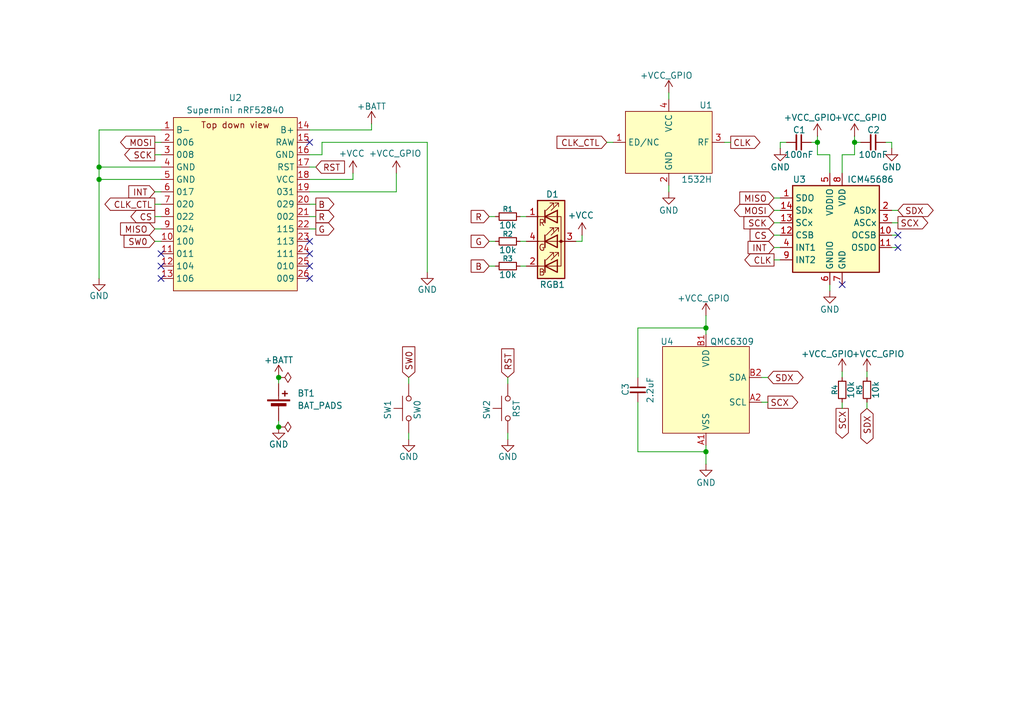
<source format=kicad_sch>
(kicad_sch (version 20250114) (generator "eeschema") (generator_version "9.0")
  (paper "A5")
  (lib_symbols
    (symbol "Chrysalis Symbols:+3V3" (power) (pin_numbers (hide yes)) (pin_names (offset 0) (hide yes))
      (property "Value" "+3V3" (at 0 3.556 0))
      (symbol "+3V3_0_1"
        (polyline (pts (xy -0.762 1.27) (xy 0 2.54)))
        (polyline (pts (xy 0 2.54) (xy 0.762 1.27)))
        (polyline (pts (xy 0 0) (xy 0 2.54)))
      )
      (symbol "+3V3_1_1"
        (pin power_in line (at 0 0 90) (length 0) (name "~") (number "1"))
      )
    )
    (symbol "Chrysalis Symbols:+BATT" (power) (pin_numbers (hide yes)) (pin_names (offset 0) (hide yes))
      (property "Value" "+BATT" (at 0 3.556 0))
      (symbol "+BATT_0_1"
        (polyline (pts (xy -0.762 1.27) (xy 0 2.54)))
        (polyline (pts (xy 0 2.54) (xy 0.762 1.27)))
        (polyline (pts (xy 0 0) (xy 0 2.54)))
      )
      (symbol "+BATT_1_1"
        (pin power_in line (at 0 0 90) (length 0) (name "~") (number "1"))
      )
    )
    (symbol "Chrysalis Symbols:BMI160"
      (property "Reference" "U" (at -10.16 8.89 0))
      (property "Value" "BMI160" (at 7.62 8.89 0))
      (symbol "BMI160_1_1"
        (rectangle (start -10.16 7.62) (end 7.62 -10.16) (stroke (width 0.254)) (fill (type background)))
        (pin bidirectional line (at -12.7 5.08 0) (length 2.54) (name "SDO") (number "1"))
        (pin bidirectional line (at -12.7 2.54 0) (length 2.54) (name "SDx") (number "14"))
        (pin input line (at -12.7 0 0) (length 2.54) (name "SCx") (number "13"))
        (pin input line (at -12.7 -2.54 0) (length 2.54) (name "CSB") (number "12"))
        (pin bidirectional line (at -12.7 -5.08 0) (length 2.54) (name "INT1") (number "4"))
        (pin bidirectional line (at -12.7 -7.62 0) (length 2.54) (name "INT2") (number "9"))
        (pin power_in line (at -2.54 10.16 270) (length 2.54) (name "VDDIO") (number "5"))
        (pin power_in line (at -2.54 -12.7 90) (length 2.54) (name "GNDIO") (number "6"))
        (pin power_in line (at 0 10.16 270) (length 2.54) (name "VDD") (number "8"))
        (pin power_in line (at 0 -12.7 90) (length 2.54) (name "GND") (number "7"))
        (pin bidirectional line (at 10.16 2.54 180) (length 2.54) (name "ASDx") (number "2"))
        (pin output line (at 10.16 0 180) (length 2.54) (name "ASCx") (number "3"))
        (pin bidirectional line (at 10.16 -2.54 180) (length 2.54) (name "OCSB") (number "10"))
        (pin bidirectional line (at 10.16 -5.08 180) (length 2.54) (name "OSDO") (number "11"))
      )
    )
    (symbol "Chrysalis Symbols:Battery_Cell" (pin_numbers (hide yes)) (pin_names (offset 0) (hide yes))
      (property "Reference" "BT" (at 2.54 2.54 0))
      (property "Value" "Battery_Cell" (at 2.54 0 0))
      (symbol "Battery_Cell_0_1"
        (rectangle (start -2.286 1.778) (end 2.286 1.524) (fill (type outline)))
        (rectangle (start -1.524 1.016) (end 1.524 0.508) (fill (type outline)))
        (polyline (pts (xy 0 1.778) (xy 0 2.54)))
        (polyline (pts (xy 0 0.762) (xy 0 0)))
        (polyline (pts (xy 0.762 3.048) (xy 1.778 3.048)) (stroke (width 0.254)))
        (polyline (pts (xy 1.27 3.556) (xy 1.27 2.54)) (stroke (width 0.254)))
      )
      (symbol "Battery_Cell_1_1"
        (pin passive line (at 0 5.08 270) (length 2.54) (name "+") (number "1"))
        (pin passive line (at 0 -2.54 90) (length 2.54) (name "-") (number "2"))
      )
    )
    (symbol "Chrysalis Symbols:C_Small" (pin_numbers (hide yes)) (pin_names (offset 0.254) (hide yes))
      (property "Reference" "C" (at 0.254 1.778 0))
      (property "Value" "C_Small" (at 0.254 -2.032 0))
      (symbol "C_Small_0_1"
        (polyline (pts (xy -1.524 0.508) (xy 1.524 0.508)) (stroke (width 0.3048)))
        (polyline (pts (xy -1.524 -0.508) (xy 1.524 -0.508)) (stroke (width 0.3302)))
      )
      (symbol "C_Small_1_1"
        (pin passive line (at 0 2.54 270) (length 2.032) (name "~") (number "1"))
        (pin passive line (at 0 -2.54 90) (length 2.032) (name "~") (number "2"))
      )
    )
    (symbol "Chrysalis Symbols:GND" (power) (pin_numbers (hide yes)) (pin_names (offset 0) (hide yes))
      (property "Value" "GND" (at 0 -3.81 0))
      (symbol "GND_0_1"
        (polyline (pts (xy 0 0) (xy 0 -1.27) (xy 1.27 -1.27) (xy 0 -2.54) (xy -1.27 -1.27) (xy 0 -1.27)))
      )
      (symbol "GND_1_1"
        (pin power_in line (at 0 0 270) (length 0) (name "~") (number "1"))
      )
    )
    (symbol "Chrysalis Symbols:HCI_1532H"
      (property "Reference" "U" (at 0 0 0))
      (property "Value" "1532H" (at 5.08 7.62 0))
      (symbol "HCI_1532H_1_1"
        (rectangle (start -8.89 6.35) (end 8.89 -6.35) (fill (type background)))
        (pin input line (at -11.43 0 0) (length 2.54) (name "ED/NC") (number "1"))
        (pin power_in line (at 0 8.89 270) (length 2.54) (name "VCC") (number "4"))
        (pin power_in line (at 0 -8.89 90) (length 2.54) (name "GND") (number "2"))
        (pin output line (at 11.43 0 180) (length 2.54) (name "RF") (number "3"))
      )
    )
    (symbol "Chrysalis Symbols:PWR_FLAG" (power) (pin_numbers (hide yes)) (pin_names (offset 0) (hide yes))
      (property "Value" "PWR_FLAG" (at 0 3.81 0))
      (symbol "PWR_FLAG_0_0"
        (pin power_out line (at 0 0 90) (length 0) (name "~") (number "1"))
      )
      (symbol "PWR_FLAG_0_1"
        (polyline (pts (xy 0 0) (xy 0 1.27) (xy -1.016 1.905) (xy 0 2.54) (xy 1.016 1.905) (xy 0 1.27)))
      )
    )
    (symbol "Chrysalis Symbols:QMC6309"
      (property "Reference" "U" (at -8.382 9.906 0))
      (property "Value" "QMC6309" (at 5.08 9.906 0))
      (symbol "QMC6309_1_1"
        (rectangle (start -8.89 8.89) (end 8.89 -8.89) (fill (type background)))
        (pin power_in line (at 0 11.43 270) (length 2.54) (name "VDD") (number "B1"))
        (pin power_in line (at 0 -11.43 90) (length 2.54) (name "VSS") (number "A1"))
        (pin bidirectional line (at 11.43 2.54 180) (length 2.54) (name "SDA") (number "B2"))
        (pin input line (at 11.43 -2.54 180) (length 2.54) (name "SCL") (number "A2"))
      )
    )
    (symbol "Chrysalis Symbols:SW_Push" (pin_numbers (hide yes)) (pin_names (offset 1.016) (hide yes))
      (property "Reference" "SW" (at 1.27 2.54 0))
      (property "Value" "SW_Push" (at 0 -1.524 0))
      (symbol "SW_Push_0_1"
        (circle (center -2.032 0) (radius 0.508))
        (polyline (pts (xy 0 1.27) (xy 0 3.048)))
        (circle (center 2.032 0) (radius 0.508))
        (polyline (pts (xy 2.54 1.27) (xy -2.54 1.27)))
        (pin passive line (at -5.08 0 0) (length 2.54) (name "1") (number "1"))
        (pin passive line (at 5.08 0 180) (length 2.54) (name "2") (number "2"))
      )
    )
    (symbol "Chrysalis Symbols:Supermini_nRF52840"
      (property "Reference" "U" (at 12.192 19.05 0))
      (property "Value" "Supermini nRF52840" (at -2.54 19.304 0))
      (symbol "Supermini_nRF52840_1_1"
        (rectangle (start -12.7 17.78) (end 12.7 -17.78) (fill (type background)))
        (text "Top down view" (at 0 16.256 0) (effects (font (size 1.27 1.27))))
        (pin power_in line (at -15.24 15.24 0) (length 2.54) (name "B-") (number "1"))
        (pin bidirectional line (at -15.24 12.7 0) (length 2.54) (name "006") (number "2"))
        (pin bidirectional line (at -15.24 10.16 0) (length 2.54) (name "008") (number "3"))
        (pin power_in line (at -15.24 7.62 0) (length 2.54) (name "GND") (number "4"))
        (pin power_in line (at -15.24 5.08 0) (length 2.54) (name "GND") (number "5"))
        (pin bidirectional line (at -15.24 2.54 0) (length 2.54) (name "017") (number "6"))
        (pin bidirectional line (at -15.24 0 0) (length 2.54) (name "020") (number "7"))
        (pin bidirectional line (at -15.24 -2.54 0) (length 2.54) (name "022") (number "8"))
        (pin bidirectional line (at -15.24 -5.08 0) (length 2.54) (name "024") (number "9"))
        (pin bidirectional line (at -15.24 -7.62 0) (length 2.54) (name "100") (number "10"))
        (pin bidirectional line (at -15.24 -10.16 0) (length 2.54) (name "011") (number "11"))
        (pin bidirectional line (at -15.24 -12.7 0) (length 2.54) (name "104") (number "12"))
        (pin bidirectional line (at -15.24 -15.24 0) (length 2.54) (name "106") (number "13"))
        (pin power_in line (at 15.24 15.24 180) (length 2.54) (name "B+") (number "14"))
        (pin unspecified line (at 15.24 12.7 180) (length 2.54) (name "RAW") (number "15"))
        (pin power_in line (at 15.24 10.16 180) (length 2.54) (name "GND") (number "16"))
        (pin input line (at 15.24 7.62 180) (length 2.54) (name "RST") (number "17"))
        (pin power_out line (at 15.24 5.08 180) (length 2.54) (name "VCC") (number "18"))
        (pin power_out line (at 15.24 2.54 180) (length 2.54) (name "031") (number "19"))
        (pin bidirectional line (at 15.24 0 180) (length 2.54) (name "029") (number "20"))
        (pin bidirectional line (at 15.24 -2.54 180) (length 2.54) (name "002") (number "21"))
        (pin bidirectional line (at 15.24 -5.08 180) (length 2.54) (name "115") (number "22"))
        (pin bidirectional line (at 15.24 -7.62 180) (length 2.54) (name "113") (number "23"))
        (pin bidirectional line (at 15.24 -10.16 180) (length 2.54) (name "111") (number "24"))
        (pin bidirectional line (at 15.24 -12.7 180) (length 2.54) (name "010") (number "25"))
        (pin bidirectional line (at 15.24 -15.24 180) (length 2.54) (name "009") (number "26"))
      )
    )
    (symbol "Device:LED_RBAG" (pin_names (offset 0) (hide yes))
      (property "Reference" "D" (at 0 9.398 0))
      (property "Value" "LED_RBAG" (at 0 -8.89 0))
      (symbol "LED_RBAG_0_0"
        (text "R" (at -1.905 3.81 0) (effects (font (size 1.27 1.27))))
        (text "G" (at -1.905 -1.27 0) (effects (font (size 1.27 1.27))))
        (text "B" (at -1.905 -6.35 0) (effects (font (size 1.27 1.27))))
      )
      (symbol "LED_RBAG_0_1"
        (polyline (pts (xy -1.27 6.35) (xy -1.27 3.81)) (stroke (width 0.254)))
        (polyline (pts (xy -1.27 6.35) (xy -1.27 3.81) (xy -1.27 3.81)))
        (polyline (pts (xy -1.27 5.08) (xy -2.54 5.08)))
        (polyline (pts (xy -1.27 5.08) (xy 1.27 5.08)))
        (polyline (pts (xy -1.27 1.27) (xy -1.27 -1.27)) (stroke (width 0.254)))
        (polyline (pts (xy -1.27 1.27) (xy -1.27 -1.27) (xy -1.27 -1.27)))
        (polyline (pts (xy -1.27 0) (xy -2.54 0)))
        (polyline (pts (xy -1.27 -3.81) (xy -1.27 -6.35)) (stroke (width 0.254)))
        (polyline (pts (xy -1.27 -5.08) (xy -2.54 -5.08)))
        (polyline (pts (xy -1.27 -5.08) (xy 1.27 -5.08)))
        (polyline (pts (xy -1.016 6.35) (xy 0.508 7.874) (xy -0.254 7.874) (xy 0.508 7.874) (xy 0.508 7.112)))
        (polyline (pts (xy -1.016 1.27) (xy 0.508 2.794) (xy -0.254 2.794) (xy 0.508 2.794) (xy 0.508 2.032)))
        (polyline (pts (xy -1.016 -3.81) (xy 0.508 -2.286) (xy -0.254 -2.286) (xy 0.508 -2.286) (xy 0.508 -3.048)))
        (polyline (pts (xy 0 6.35) (xy 1.524 7.874) (xy 0.762 7.874) (xy 1.524 7.874) (xy 1.524 7.112)))
        (polyline (pts (xy 0 1.27) (xy 1.524 2.794) (xy 0.762 2.794) (xy 1.524 2.794) (xy 1.524 2.032)))
        (polyline (pts (xy 0 -3.81) (xy 1.524 -2.286) (xy 0.762 -2.286) (xy 1.524 -2.286) (xy 1.524 -3.048)))
        (polyline (pts (xy 1.27 6.35) (xy 1.27 3.81) (xy -1.27 5.08) (xy 1.27 6.35)) (stroke (width 0.254)))
        (rectangle (start 1.27 6.35) (end 1.27 6.35))
        (rectangle (start 1.27 3.81) (end 1.27 6.35))
        (polyline (pts (xy 1.27 1.27) (xy 1.27 -1.27) (xy -1.27 0) (xy 1.27 1.27)) (stroke (width 0.254)))
        (rectangle (start 1.27 1.27) (end 1.27 1.27))
        (polyline (pts (xy 1.27 0) (xy -1.27 0)))
        (polyline (pts (xy 1.27 0) (xy 2.54 0)))
        (rectangle (start 1.27 -1.27) (end 1.27 1.27))
        (polyline (pts (xy 1.27 -3.81) (xy 1.27 -6.35) (xy -1.27 -5.08) (xy 1.27 -3.81)) (stroke (width 0.254)))
        (polyline (pts (xy 1.27 -5.08) (xy 2.032 -5.08) (xy 2.032 5.08) (xy 1.27 5.08)))
        (circle (center 2.032 0) (radius 0.254) (fill (type outline)))
        (rectangle (start 2.794 8.382) (end -2.794 -7.62) (stroke (width 0.254)) (fill (type background)))
      )
      (symbol "LED_RBAG_1_1"
        (pin passive line (at -5.08 5.08 0) (length 2.54) (name "RK") (number "1"))
        (pin passive line (at -5.08 0 0) (length 2.54) (name "GK") (number "4"))
        (pin passive line (at -5.08 -5.08 0) (length 2.54) (name "BK") (number "2"))
        (pin passive line (at 5.08 0 180) (length 2.54) (name "A") (number "3"))
      )
    )
    (symbol "Device:R_Small" (pin_numbers (hide yes)) (pin_names (offset 0.254) (hide yes))
      (property "Reference" "R" (at 0 0 90))
      (property "Value" "R_Small" (at 1.778 0 90))
      (symbol "R_Small_0_1"
        (rectangle (start -0.762 1.778) (end 0.762 -1.778) (stroke (width 0.2032)))
      )
      (symbol "R_Small_1_1"
        (pin passive line (at 0 2.54 270) (length 0.762) (name "~") (number "1"))
        (pin passive line (at 0 -2.54 90) (length 0.762) (name "~") (number "2"))
      )
    )
  )
  (junction (at 144.78 92.71))
  (junction (at 175.26 29.21))
  (junction (at 57.15 87.63))
  (junction (at 57.15 77.47))
  (junction (at 20.32 34.29))
  (junction (at 144.78 67.31))
  (junction (at 20.32 36.83))
  (junction (at 167.64 29.21))
  (no_connect (at 33.02 57.15))
  (no_connect (at 184.15 50.8))
  (no_connect (at 63.5 54.61))
  (no_connect (at 33.02 52.07))
  (no_connect (at 63.5 29.21))
  (no_connect (at 63.5 52.07))
  (no_connect (at 63.5 49.53))
  (no_connect (at 172.72 58.42))
  (no_connect (at 184.15 48.26))
  (no_connect (at 63.5 57.15))
  (no_connect (at 33.02 54.61))
  (wire (pts (xy 172.72 82.55) (xy 172.72 83.82)))
  (wire (pts (xy 83.82 77.47) (xy 83.82 78.74)))
  (wire (pts (xy 182.88 50.8) (xy 184.15 50.8)))
  (wire (pts (xy 63.5 36.83) (xy 72.39 36.83)))
  (wire (pts (xy 148.59 29.21) (xy 149.86 29.21)))
  (wire (pts (xy 166.37 29.21) (xy 167.64 29.21)))
  (wire (pts (xy 63.5 26.67) (xy 76.2 26.67)))
  (wire (pts (xy 170.18 31.75) (xy 170.18 35.56)))
  (wire (pts (xy 144.78 91.44) (xy 144.78 92.71)))
  (wire (pts (xy 104.14 90.17) (xy 104.14 88.9)))
  (wire (pts (xy 64.77 44.45) (xy 63.5 44.45)))
  (wire (pts (xy 144.78 67.31) (xy 144.78 68.58)))
  (wire (pts (xy 31.75 46.99) (xy 33.02 46.99)))
  (wire (pts (xy 172.72 31.75) (xy 172.72 35.56)))
  (wire (pts (xy 20.32 34.29) (xy 33.02 34.29)))
  (wire (pts (xy 104.14 77.47) (xy 104.14 78.74)))
  (wire (pts (xy 76.2 26.67) (xy 76.2 25.4)))
  (wire (pts (xy 177.8 82.55) (xy 177.8 83.82)))
  (wire (pts (xy 66.04 29.21) (xy 87.63 29.21)))
  (wire (pts (xy 31.75 44.45) (xy 33.02 44.45)))
  (wire (pts (xy 87.63 29.21) (xy 87.63 55.88)))
  (wire (pts (xy 31.75 41.91) (xy 33.02 41.91)))
  (wire (pts (xy 177.8 76.2) (xy 177.8 77.47)))
  (wire (pts (xy 66.04 29.21) (xy 66.04 31.75)))
  (wire (pts (xy 31.75 39.37) (xy 33.02 39.37)))
  (wire (pts (xy 63.5 39.37) (xy 81.28 39.37)))
  (wire (pts (xy 160.02 29.21) (xy 161.29 29.21)))
  (wire (pts (xy 172.72 76.2) (xy 172.72 77.47)))
  (wire (pts (xy 144.78 64.77) (xy 144.78 67.31)))
  (wire (pts (xy 31.75 49.53) (xy 33.02 49.53)))
  (wire (pts (xy 124.46 29.21) (xy 125.73 29.21)))
  (wire (pts (xy 64.77 41.91) (xy 63.5 41.91)))
  (wire (pts (xy 63.5 34.29) (xy 64.77 34.29)))
  (wire (pts (xy 182.88 29.21) (xy 182.88 30.48)))
  (wire (pts (xy 160.02 30.48) (xy 160.02 29.21)))
  (wire (pts (xy 100.33 44.45) (xy 101.6 44.45)))
  (wire (pts (xy 100.33 49.53) (xy 101.6 49.53)))
  (wire (pts (xy 106.68 44.45) (xy 107.95 44.45)))
  (wire (pts (xy 167.64 31.75) (xy 167.64 29.21)))
  (wire (pts (xy 83.82 90.17) (xy 83.82 88.9)))
  (wire (pts (xy 130.81 82.55) (xy 130.81 92.71)))
  (wire (pts (xy 31.75 29.21) (xy 33.02 29.21)))
  (wire (pts (xy 175.26 29.21) (xy 176.53 29.21)))
  (wire (pts (xy 130.81 67.31) (xy 130.81 77.47)))
  (wire (pts (xy 182.88 43.18) (xy 184.15 43.18)))
  (wire (pts (xy 156.21 77.47) (xy 157.48 77.47)))
  (wire (pts (xy 33.02 26.67) (xy 20.32 26.67)))
  (wire (pts (xy 158.75 45.72) (xy 160.02 45.72)))
  (wire (pts (xy 170.18 58.42) (xy 170.18 59.69)))
  (wire (pts (xy 175.26 29.21) (xy 175.26 27.94)))
  (wire (pts (xy 66.04 31.75) (xy 63.5 31.75)))
  (wire (pts (xy 167.64 27.94) (xy 167.64 29.21)))
  (wire (pts (xy 158.75 40.64) (xy 160.02 40.64)))
  (wire (pts (xy 57.15 77.47) (xy 57.15 78.74)))
  (wire (pts (xy 158.75 48.26) (xy 160.02 48.26)))
  (wire (pts (xy 100.33 54.61) (xy 101.6 54.61)))
  (wire (pts (xy 137.16 39.37) (xy 137.16 38.1)))
  (wire (pts (xy 158.75 43.18) (xy 160.02 43.18)))
  (wire (pts (xy 137.16 19.05) (xy 137.16 20.32)))
  (wire (pts (xy 156.21 82.55) (xy 157.48 82.55)))
  (wire (pts (xy 182.88 48.26) (xy 184.15 48.26)))
  (wire (pts (xy 172.72 31.75) (xy 175.26 31.75)))
  (wire (pts (xy 31.75 31.75) (xy 33.02 31.75)))
  (wire (pts (xy 20.32 26.67) (xy 20.32 34.29)))
  (wire (pts (xy 182.88 29.21) (xy 181.61 29.21)))
  (wire (pts (xy 81.28 39.37) (xy 81.28 35.56)))
  (wire (pts (xy 144.78 67.31) (xy 130.81 67.31)))
  (wire (pts (xy 72.39 35.56) (xy 72.39 36.83)))
  (wire (pts (xy 20.32 36.83) (xy 20.32 57.15)))
  (wire (pts (xy 130.81 92.71) (xy 144.78 92.71)))
  (wire (pts (xy 64.77 46.99) (xy 63.5 46.99)))
  (wire (pts (xy 57.15 87.63) (xy 57.15 86.36)))
  (wire (pts (xy 20.32 34.29) (xy 20.32 36.83)))
  (wire (pts (xy 182.88 45.72) (xy 184.15 45.72)))
  (wire (pts (xy 20.32 36.83) (xy 33.02 36.83)))
  (wire (pts (xy 106.68 54.61) (xy 107.95 54.61)))
  (wire (pts (xy 118.11 49.53) (xy 119.38 49.53)))
  (wire (pts (xy 158.75 53.34) (xy 160.02 53.34)))
  (wire (pts (xy 175.26 31.75) (xy 175.26 29.21)))
  (wire (pts (xy 119.38 49.53) (xy 119.38 48.26)))
  (wire (pts (xy 106.68 49.53) (xy 107.95 49.53)))
  (wire (pts (xy 158.75 50.8) (xy 160.02 50.8)))
  (wire (pts (xy 144.78 92.71) (xy 144.78 95.25)))
  (wire (pts (xy 167.64 31.75) (xy 170.18 31.75)))
  (global_label "SW0" (shape input) (at 83.82 77.47 90) (property "Intersheetrefs" "${INTERSHEET_REFS}" (effects (hide yes))))
  (global_label "MOSI" (shape bidirectional) (at 158.75 43.18 180) (property "Intersheetrefs" "${INTERSHEET_REFS}" (effects (hide yes))))
  (global_label "SCX" (shape output) (at 184.15 45.72 0) (property "Intersheetrefs" "${INTERSHEET_REFS}" (effects (hide yes))))
  (global_label "R" (shape output) (at 64.77 44.45 0) (property "Intersheetrefs" "${INTERSHEET_REFS}" (effects (hide yes))))
  (global_label "SCK" (shape input) (at 158.75 45.72 180) (property "Intersheetrefs" "${INTERSHEET_REFS}" (effects (hide yes))))
  (global_label "MISO" (shape input) (at 158.75 40.64 180) (property "Intersheetrefs" "${INTERSHEET_REFS}" (effects (hide yes))))
  (global_label "R" (shape input) (at 100.33 44.45 180) (property "Intersheetrefs" "${INTERSHEET_REFS}" (effects (hide yes))))
  (global_label "CS" (shape input) (at 158.75 48.26 180) (property "Intersheetrefs" "${INTERSHEET_REFS}" (effects (hide yes))))
  (global_label "MISO" (shape input) (at 31.75 46.99 180) (property "Intersheetrefs" "${INTERSHEET_REFS}" (effects (hide yes))))
  (global_label "INT" (shape input) (at 158.75 50.8 180) (property "Intersheetrefs" "${INTERSHEET_REFS}" (effects (hide yes))))
  (global_label "SDX" (shape bidirectional) (at 157.48 77.47 0) (property "Intersheetrefs" "${INTERSHEET_REFS}" (effects (hide yes))))
  (global_label "G" (shape input) (at 100.33 49.53 180) (property "Intersheetrefs" "${INTERSHEET_REFS}" (effects (hide yes))))
  (global_label "SW0" (shape input) (at 31.75 49.53 180) (property "Intersheetrefs" "${INTERSHEET_REFS}" (effects (hide yes))))
  (global_label "INT" (shape input) (at 31.75 39.37 180) (property "Intersheetrefs" "${INTERSHEET_REFS}" (effects (hide yes))))
  (global_label "B" (shape input) (at 100.33 54.61 180) (property "Intersheetrefs" "${INTERSHEET_REFS}" (effects (hide yes))))
  (global_label "CLK_CTL" (shape input) (at 124.46 29.21 180) (property "Intersheetrefs" "${INTERSHEET_REFS}" (effects (hide yes))))
  (global_label "RST" (shape input) (at 64.77 34.29 0) (property "Intersheetrefs" "${INTERSHEET_REFS}" (effects (hide yes))))
  (global_label "SDX" (shape bidirectional) (at 184.15 43.18 0) (property "Intersheetrefs" "${INTERSHEET_REFS}" (effects (hide yes))))
  (global_label "RST" (shape input) (at 104.14 77.47 90) (property "Intersheetrefs" "${INTERSHEET_REFS}" (effects (hide yes))))
  (global_label "SDX" (shape bidirectional) (at 177.8 83.82 270) (property "Intersheetrefs" "${INTERSHEET_REFS}" (effects (hide yes))))
  (global_label "G" (shape output) (at 64.77 46.99 0) (property "Intersheetrefs" "${INTERSHEET_REFS}" (effects (hide yes))))
  (global_label "MOSI" (shape output) (at 31.75 29.21 180) (property "Intersheetrefs" "${INTERSHEET_REFS}" (effects (hide yes))))
  (global_label "CS" (shape output) (at 31.75 44.45 180) (property "Intersheetrefs" "${INTERSHEET_REFS}" (effects (hide yes))))
  (global_label "SCK" (shape output) (at 31.75 31.75 180) (property "Intersheetrefs" "${INTERSHEET_REFS}" (effects (hide yes))))
  (global_label "CLK_CTL" (shape output) (at 31.75 41.91 180) (property "Intersheetrefs" "${INTERSHEET_REFS}" (effects (hide yes))))
  (global_label "SCX" (shape output) (at 157.48 82.55 0) (property "Intersheetrefs" "${INTERSHEET_REFS}" (effects (hide yes))))
  (global_label "B" (shape output) (at 64.77 41.91 0) (property "Intersheetrefs" "${INTERSHEET_REFS}" (effects (hide yes))))
  (global_label "SCX" (shape output) (at 172.72 83.82 270) (property "Intersheetrefs" "${INTERSHEET_REFS}" (effects (hide yes))))
  (global_label "CLK" (shape output) (at 149.86 29.21 0) (property "Intersheetrefs" "${INTERSHEET_REFS}" (effects (hide yes))))
  (global_label "CLK" (shape output) (at 158.75 53.34 180) (property "Intersheetrefs" "${INTERSHEET_REFS}" (effects (hide yes))))
  (symbol (lib_id "Chrysalis Symbols:Battery_Cell") (at 57.15 83.82 0) (unit 1) (in_bom no)
    (property "Reference" "BT1" (at 60.96 80.7084 0) (effects (justify left)))
    (property "Value" "BAT_PADS" (at 60.96 83.2484 0) (effects (justify left)))
    (property "Footprint" "Chrysalis Footprints:Bat_Pads" (effects (hide yes)))
    (property "Description" "Single-cell battery" (effects (hide yes)))
    (property "MPN" "N/A" (effects (hide yes)))
  )
  (symbol (lib_id "Chrysalis Symbols:+3V3") (at 137.16 19.05 0) (unit 1)
    (property "Reference" "#PWR01" (effects (hide yes)))
    (property "Value" "+VCC_GPIO" (at 136.652 15.494 0))
    (property "Description" "Power symbol creates a global label with name \"+3V3\"" (effects (hide yes)))
  )
  (symbol (lib_id "Chrysalis Symbols:SW_Push") (at 104.14 83.82 90) (unit 1)
    (property "Reference" "SW2" (at 99.822 82.042 0) (effects (justify right)))
    (property "Value" "RST" (at 105.918 82.042 0) (effects (justify right)))
    (property "Footprint" "Chrysalis Footprints:SW-SMD_L3.0-W2.0-LS3.5" (effects (hide yes)))
    (property "Description" "Push button switch, generic, two pins" (effects (hide yes)))
    (property "MPN" "C778126" (effects (hide yes)))
  )
  (symbol (lib_id "Chrysalis Symbols:GND") (at 170.18 59.69 0) (unit 1)
    (property "Reference" "#PWR013" (effects (hide yes)))
    (property "Value" "GND" (at 170.18 63.5 0))
    (property "Description" "Power symbol creates a global label with name \"GND\" , ground" (effects (hide yes)))
  )
  (symbol (lib_id "Chrysalis Symbols:+3V3") (at 119.38 48.26 0) (unit 1)
    (property "Reference" "#PWR010" (effects (hide yes)))
    (property "Value" "+VCC" (at 119.126 44.196 0))
    (property "Description" "Power symbol creates a global label with name \"+3V3\"" (effects (hide yes)))
  )
  (symbol (lib_id "Chrysalis Symbols:GND") (at 182.88 30.48 0) (unit 1)
    (property "Reference" "#PWR06" (effects (hide yes)))
    (property "Value" "GND" (at 182.88 34.29 0))
    (property "Description" "Power symbol creates a global label with name \"GND\" , ground" (effects (hide yes)))
  )
  (symbol (lib_id "Chrysalis Symbols:PWR_FLAG") (at 57.15 87.63 270) (unit 1)
    (property "Reference" "#FLG02" (effects (hide yes)))
    (property "Value" "PWR_FLAG" (effects (hide yes)))
    (property "Description" "Special symbol for telling ERC where power comes from" (effects (hide yes)))
  )
  (symbol (lib_id "Chrysalis Symbols:+3V3") (at 72.39 35.56 0) (unit 1)
    (property "Reference" "#PWR07" (effects (hide yes)))
    (property "Value" "+VCC" (at 72.136 31.496 0))
    (property "Description" "Power symbol creates a global label with name \"+3V3\"" (effects (hide yes)))
  )
  (symbol (lib_id "Device:R_Small") (at 104.14 44.45 90) (unit 1)
    (property "Reference" "R1" (at 104.14 42.926 90) (effects (font (size 1.016 1.016))))
    (property "Value" "10k" (at 104.14 46.228 90))
    (property "Footprint" "Chrysalis Footprints:R_0402" (effects (hide yes)))
    (property "Description" "Resistor, small symbol" (effects (hide yes)))
    (property "MPN" "C25744" (effects (hide yes)))
  )
  (symbol (lib_id "Chrysalis Symbols:QMC6309") (at 144.78 80.01 0) (unit 1)
    (property "Reference" "U4" (at 138.176 70.104 0) (effects (justify right)))
    (property "Value" "QMC6309" (at 154.686 70.104 0) (effects (justify right)))
    (property "Footprint" "Chrysalis Footprints:QMC6309" (effects (hide yes)))
    (property "MPN" "C5439871" (effects (hide yes)))
  )
  (symbol (lib_id "Device:R_Small") (at 104.14 49.53 90) (unit 1)
    (property "Reference" "R2" (at 104.14 48.006 90) (effects (font (size 1.016 1.016))))
    (property "Value" "10k" (at 104.14 51.308 90))
    (property "Footprint" "Chrysalis Footprints:R_0402" (effects (hide yes)))
    (property "Description" "Resistor, small symbol" (effects (hide yes)))
    (property "MPN" "C25744" (effects (hide yes)))
  )
  (symbol (lib_id "Chrysalis Symbols:GND") (at 137.16 39.37 0) (unit 1)
    (property "Reference" "#PWR09" (effects (hide yes)))
    (property "Value" "GND" (at 137.16 43.18 0))
    (property "Description" "Power symbol creates a global label with name \"GND\" , ground" (effects (hide yes)))
  )
  (symbol (lib_id "Chrysalis Symbols:GND") (at 104.14 90.17 0) (unit 1)
    (property "Reference" "#PWR020" (effects (hide yes)))
    (property "Value" "GND" (at 104.14 93.726 0))
    (property "Description" "Power symbol creates a global label with name \"GND\" , ground" (effects (hide yes)))
  )
  (symbol (lib_id "Chrysalis Symbols:PWR_FLAG") (at 57.15 77.47 270) (unit 1)
    (property "Reference" "#FLG01" (effects (hide yes)))
    (property "Value" "PWR_FLAG" (effects (hide yes)))
    (property "Description" "Special symbol for telling ERC where power comes from" (effects (hide yes)))
  )
  (symbol (lib_id "Chrysalis Symbols:C_Small") (at 179.07 29.21 270) (unit 1)
    (property "Reference" "C2" (at 177.8 26.67 90) (effects (justify left)))
    (property "Value" "100nF" (at 176.022 31.75 90) (effects (justify left)))
    (property "Footprint" "Chrysalis Footprints:C_0402" (effects (hide yes)))
    (property "Description" "Unpolarized capacitor, small symbol" (effects (hide yes)))
    (property "MPN" "C1525" (effects (hide yes)))
  )
  (symbol (lib_id "Device:R_Small") (at 172.72 80.01 180) (unit 1)
    (property "Reference" "R4" (at 171.196 80.01 90) (effects (font (size 1.016 1.016))))
    (property "Value" "10k" (at 174.498 80.01 90))
    (property "Footprint" "Chrysalis Footprints:R_0402" (effects (hide yes)))
    (property "Description" "Resistor, small symbol" (effects (hide yes)))
    (property "MPN" "C25744" (effects (hide yes)))
  )
  (symbol (lib_id "Chrysalis Symbols:+3V3") (at 177.8 76.2 0) (unit 1)
    (property "Reference" "#PWR016" (effects (hide yes)))
    (property "Value" "+VCC_GPIO" (at 180.086 72.644 0))
    (property "Description" "Power symbol creates a global label with name \"+3V3\"" (effects (hide yes)))
  )
  (symbol (lib_id "Chrysalis Symbols:GND") (at 160.02 30.48 0) (unit 1)
    (property "Reference" "#PWR05" (effects (hide yes)))
    (property "Value" "GND" (at 160.02 34.29 0))
    (property "Description" "Power symbol creates a global label with name \"GND\" , ground" (effects (hide yes)))
  )
  (symbol (lib_id "Chrysalis Symbols:GND") (at 20.32 57.15 0) (unit 1)
    (property "Reference" "#PWR012" (effects (hide yes)))
    (property "Value" "GND" (at 20.32 60.706 0))
    (property "Description" "Power symbol creates a global label with name \"GND\" , ground" (effects (hide yes)))
  )
  (symbol (lib_id "Chrysalis Symbols:HCI_1532H") (at 137.16 29.21 0) (unit 1)
    (property "Reference" "U1" (at 144.78 21.59 0))
    (property "Value" "1532H" (at 142.875 36.83 0))
    (property "Footprint" "Chrysalis Footprints:CLK" (effects (hide yes)))
    (property "MPN" "C709192" (effects (hide yes)))
  )
  (symbol (lib_id "Chrysalis Symbols:C_Small") (at 130.81 80.01 0) (unit 1)
    (property "Reference" "C3" (at 128.27 81.28 90) (effects (justify left)))
    (property "Value" "2.2uF" (at 133.35 82.804 90) (effects (justify left)))
    (property "Footprint" "Chrysalis Footprints:C_0603" (effects (hide yes)))
    (property "Description" "Unpolarized capacitor, small symbol" (effects (hide yes)))
    (property "MPN" "C57895" (effects (hide yes)))
  )
  (symbol (lib_id "Chrysalis Symbols:+3V3") (at 167.64 27.94 0) (unit 1)
    (property "Reference" "#PWR03" (effects (hide yes)))
    (property "Value" "+VCC_GPIO" (at 166.116 24.13 0))
    (property "Description" "Power symbol creates a global label with name \"+3V3\"" (effects (hide yes)))
  )
  (symbol (lib_id "Chrysalis Symbols:SW_Push") (at 83.82 83.82 90) (unit 1)
    (property "Reference" "SW1" (at 79.502 82.042 0) (effects (justify right)))
    (property "Value" "SW0" (at 85.598 82.042 0) (effects (justify right)))
    (property "Footprint" "Chrysalis Footprints:SW-SMD_4P-L5.1-W5.1-P3.70-LS6.5-TL_H1.5" (effects (hide yes)))
    (property "Description" "Push button switch, generic, two pins" (effects (hide yes)))
    (property "MPN" "C318884" (effects (hide yes)))
  )
  (symbol (lib_id "Chrysalis Symbols:GND") (at 144.78 95.25 0) (unit 1)
    (property "Reference" "#PWR021" (effects (hide yes)))
    (property "Value" "GND" (at 144.78 99.06 0))
    (property "Description" "Power symbol creates a global label with name \"GND\" , ground" (effects (hide yes)))
  )
  (symbol (lib_id "Chrysalis Symbols:C_Small") (at 163.83 29.21 270) (unit 1)
    (property "Reference" "C1" (at 162.56 26.67 90) (effects (justify left)))
    (property "Value" "100nF" (at 160.782 31.75 90) (effects (justify left)))
    (property "Footprint" "Chrysalis Footprints:C_0402" (effects (hide yes)))
    (property "Description" "Unpolarized capacitor, small symbol" (effects (hide yes)))
    (property "MPN" "C1525" (effects (hide yes)))
  )
  (symbol (lib_id "Chrysalis Symbols:+BATT") (at 76.2 25.4 0) (unit 1)
    (property "Reference" "#PWR02" (effects (hide yes)))
    (property "Value" "+BATT" (at 76.2 21.844 0))
    (property "Description" "Power symbol creates a global label with name \"+BATT\"" (effects (hide yes)))
  )
  (symbol (lib_id "Device:R_Small") (at 177.8 80.01 180) (unit 1)
    (property "Reference" "R5" (at 176.276 80.01 90) (effects (font (size 1.016 1.016))))
    (property "Value" "10k" (at 179.578 80.01 90))
    (property "Footprint" "Chrysalis Footprints:R_0402" (effects (hide yes)))
    (property "Description" "Resistor, small symbol" (effects (hide yes)))
    (property "MPN" "C25744" (effects (hide yes)))
  )
  (symbol (lib_id "Device:LED_RBAG") (at 113.03 49.53 0) (unit 1)
    (property "Reference" "D1" (at 113.284 39.878 0))
    (property "Value" "RGB1" (at 113.284 58.42 0))
    (property "Footprint" "Chrysalis Footprints:LED-ARRAY-SMD_4P-L2.1-W2.1-TL_NH-B2020RGBA" (effects (hide yes)))
    (property "Description" "RGB LED, red/blue/anode/green" (effects (hide yes)))
    (property "MPN" "C2874116" (effects (hide yes)))
  )
  (symbol (lib_id "Chrysalis Symbols:GND") (at 83.82 90.17 0) (unit 1)
    (property "Reference" "#PWR019" (effects (hide yes)))
    (property "Value" "GND" (at 83.82 93.726 0))
    (property "Description" "Power symbol creates a global label with name \"GND\" , ground" (effects (hide yes)))
  )
  (symbol (lib_id "Chrysalis Symbols:+3V3") (at 172.72 76.2 0) (unit 1)
    (property "Reference" "#PWR015" (effects (hide yes)))
    (property "Value" "+VCC_GPIO" (at 169.672 72.644 0))
    (property "Description" "Power symbol creates a global label with name \"+3V3\"" (effects (hide yes)))
  )
  (symbol (lib_id "Chrysalis Symbols:Supermini_nRF52840") (at 48.26 41.91 0) (unit 1) (in_bom no)
    (property "Reference" "U2" (at 48.26 20.066 0))
    (property "Value" "Supermini nRF52840" (at 48.26 22.606 0))
    (property "Footprint" "Chrysalis Footprints:Supermini nRF52840" (effects (hide yes)))
    (property "MPN" "N/A" (effects (hide yes)))
  )
  (symbol (lib_id "Chrysalis Symbols:+3V3") (at 175.26 27.94 0) (unit 1)
    (property "Reference" "#PWR04" (effects (hide yes)))
    (property "Value" "+VCC_GPIO" (at 176.53 24.13 0))
    (property "Description" "Power symbol creates a global label with name \"+3V3\"" (effects (hide yes)))
  )
  (symbol (lib_id "Chrysalis Symbols:+BATT") (at 57.15 77.47 0) (unit 1)
    (property "Reference" "#PWR017" (effects (hide yes)))
    (property "Value" "+BATT" (at 57.15 73.914 0))
    (property "Description" "Power symbol creates a global label with name \"+BATT\"" (effects (hide yes)))
  )
  (symbol (lib_id "Device:R_Small") (at 104.14 54.61 90) (unit 1)
    (property "Reference" "R3" (at 104.14 53.086 90) (effects (font (size 1.016 1.016))))
    (property "Value" "10k" (at 104.14 56.388 90))
    (property "Footprint" "Chrysalis Footprints:R_0402" (effects (hide yes)))
    (property "Description" "Resistor, small symbol" (effects (hide yes)))
    (property "MPN" "C25744" (effects (hide yes)))
  )
  (symbol (lib_id "Chrysalis Symbols:GND") (at 57.15 87.63 0) (unit 1)
    (property "Reference" "#PWR018" (effects (hide yes)))
    (property "Value" "GND" (at 57.15 91.186 0))
    (property "Description" "Power symbol creates a global label with name \"GND\" , ground" (effects (hide yes)))
  )
  (symbol (lib_id "Chrysalis Symbols:+3V3") (at 81.28 35.56 0) (unit 1)
    (property "Reference" "#PWR08" (effects (hide yes)))
    (property "Value" "+VCC_GPIO" (at 81.026 31.496 0))
    (property "Description" "Power symbol creates a global label with name \"+3V3\"" (effects (hide yes)))
  )
  (symbol (lib_id "Chrysalis Symbols:BMI160") (at 172.72 45.72 0) (unit 1)
    (property "Reference" "U3" (at 162.56 36.83 0) (effects (justify left)))
    (property "Value" "ICM45686" (at 173.736 36.83 0) (effects (justify left)))
    (property "Footprint" "Chrysalis Footprints:IMU" (effects (hide yes)))
    (property "Datasheet" "https://www.bosch-sensortec.com/media/boschsensortec/downloads/datasheets/bst-bmi160-ds000.pdf" (effects (hide yes)))
    (property "Description" "Small, low power inertial measurement unit, LGA-14" (effects (hide yes)))
    (property "MPN" "C22459454" (effects (hide yes)))
  )
  (symbol (lib_id "Chrysalis Symbols:GND") (at 87.63 55.88 0) (unit 1)
    (property "Reference" "#PWR011" (effects (hide yes)))
    (property "Value" "GND" (at 87.63 59.436 0))
    (property "Description" "Power symbol creates a global label with name \"GND\" , ground" (effects (hide yes)))
  )
  (symbol (lib_id "Chrysalis Symbols:+3V3") (at 144.78 64.77 0) (unit 1)
    (property "Reference" "#PWR014" (effects (hide yes)))
    (property "Value" "+VCC_GPIO" (at 144.272 61.214 0))
    (property "Description" "Power symbol creates a global label with name \"+3V3\"" (effects (hide yes)))
  )
)
</source>
